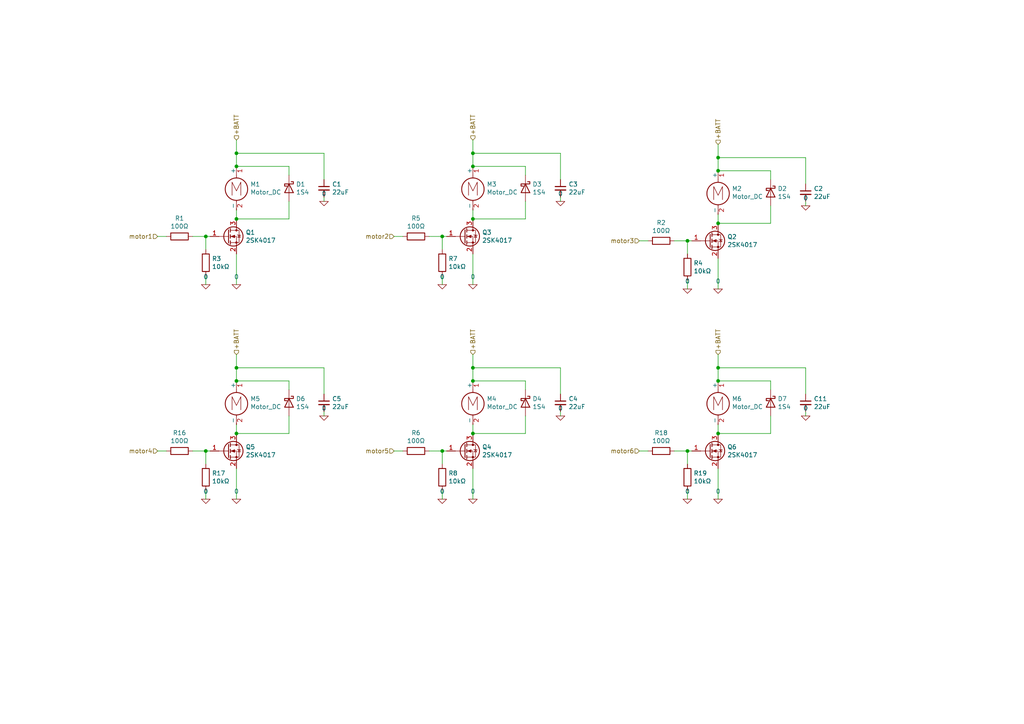
<source format=kicad_sch>
(kicad_sch (version 20231120) (generator "eeschema") (generator_version "8.0")
  (paper "A4")
  (lib_symbols
    (symbol "Device:C_Small" (pin_numbers hide) (pin_names (offset 0.254) hide)
      (property "Reference" "C" (at 0.254 1.778 0))
      (property "Value" "C_Small" (at 0.254 -2.032 0))
      (symbol "C_Small_0_1"
        (polyline (pts (xy -1.524 -0.508) (xy 1.524 -0.508)) (stroke (width 0.3302)))
        (polyline (pts (xy -1.524 0.508) (xy 1.524 0.508)) (stroke (width 0.3048)))
      )
      (symbol "C_Small_1_1"
        (pin passive line (at 0 2.54 270) (length 2.032) (name "~") (number "1"))
        (pin passive line (at 0 -2.54 90) (length 2.032) (name "~") (number "2"))
      )
    )
    (symbol "Device:D_Schottky" (pin_numbers hide) (pin_names (offset 1.016) hide)
      (property "Reference" "D" (at 0 2.54 0))
      (property "Value" "D_Schottky" (at 0 -2.54 0))
      (symbol "D_Schottky_0_1"
        (polyline (pts (xy 1.27 0) (xy -1.27 0)))
        (polyline (pts (xy 1.27 1.27) (xy 1.27 -1.27) (xy -1.27 0) (xy 1.27 1.27)) (stroke (width 0.254)))
        (polyline (pts (xy -1.905 0.635) (xy -1.905 1.27) (xy -1.27 1.27) (xy -1.27 -1.27) (xy -0.635 -1.27) (xy -0.635 -0.635)) (stroke (width 0.254)))
      )
      (symbol "D_Schottky_1_1"
        (pin passive line (at -3.81 0 0) (length 2.54) (name "K") (number "1"))
        (pin passive line (at 3.81 0 180) (length 2.54) (name "A") (number "2"))
      )
    )
    (symbol "Device:R" (pin_numbers hide) (pin_names (offset 0))
      (property "Reference" "R" (at 2.032 0 90))
      (property "Value" "R" (at 0 0 90))
      (symbol "R_0_1"
        (rectangle (start -1.016 -2.54) (end 1.016 2.54) (stroke (width 0.254)))
      )
      (symbol "R_1_1"
        (pin passive line (at 0 3.81 270) (length 1.27) (name "~") (number "1"))
        (pin passive line (at 0 -3.81 90) (length 1.27) (name "~") (number "2"))
      )
    )
    (symbol "Motor:Motor_DC" (pin_names (offset 0))
      (property "Reference" "M" (at 2.54 2.54 0))
      (property "Value" "Motor_DC" (at 2.54 -5.08 0))
      (symbol "Motor_DC_0_0"
        (polyline (pts (xy -1.27 -3.302) (xy -1.27 0.508) (xy 0 -2.032) (xy 1.27 0.508) (xy 1.27 -3.302)))
      )
      (symbol "Motor_DC_0_1"
        (circle (center 0 -1.524) (radius 3.2512) (stroke (width 0.254)))
        (polyline (pts (xy 0 -7.62) (xy 0 -7.112)))
        (polyline (pts (xy 0 -4.7752) (xy 0 -5.1816)))
        (polyline (pts (xy 0 1.7272) (xy 0 2.0828)))
        (polyline (pts (xy 0 2.032) (xy 0 2.54)))
      )
      (symbol "Motor_DC_1_1"
        (pin passive line (at 0 5.08 270) (length 2.54) (name "+") (number "1"))
        (pin passive line (at 0 -7.62 90) (length 2.54) (name "-") (number "2"))
      )
    )
    (symbol "Transistor_FET:IRLML0030" (pin_names hide)
      (property "Reference" "Q" (at 5.08 1.905 0))
      (property "Value" "IRLML0030" (at 5.08 0 0))
      (symbol "IRLML0030_0_1"
        (polyline (pts (xy 0.254 0) (xy -2.54 0)))
        (polyline (pts (xy 0.254 1.905) (xy 0.254 -1.905)) (stroke (width 0.254)))
        (polyline (pts (xy 0.762 -1.27) (xy 0.762 -2.286)) (stroke (width 0.254)))
        (polyline (pts (xy 0.762 0.508) (xy 0.762 -0.508)) (stroke (width 0.254)))
        (polyline (pts (xy 0.762 2.286) (xy 0.762 1.27)) (stroke (width 0.254)))
        (polyline (pts (xy 2.54 2.54) (xy 2.54 1.778)))
        (polyline (pts (xy 2.54 -2.54) (xy 2.54 0) (xy 0.762 0)))
        (polyline (pts (xy 0.762 -1.778) (xy 3.302 -1.778) (xy 3.302 1.778) (xy 0.762 1.778)))
        (polyline (pts (xy 1.016 0) (xy 2.032 0.381) (xy 2.032 -0.381) (xy 1.016 0)) (fill (type outline)))
        (polyline (pts (xy 2.794 0.508) (xy 2.921 0.381) (xy 3.683 0.381) (xy 3.81 0.254)))
        (polyline (pts (xy 3.302 0.381) (xy 2.921 -0.254) (xy 3.683 -0.254) (xy 3.302 0.381)))
        (circle (center 1.651 0) (radius 2.794) (stroke (width 0.254)))
        (circle (center 2.54 -1.778) (radius 0.254) (fill (type outline)))
        (circle (center 2.54 1.778) (radius 0.254) (fill (type outline)))
      )
      (symbol "IRLML0030_1_1"
        (pin input line (at -5.08 0 0) (length 2.54) (name "G") (number "1"))
        (pin passive line (at 2.54 -5.08 90) (length 2.54) (name "S") (number "2"))
        (pin passive line (at 2.54 5.08 270) (length 2.54) (name "D") (number "3"))
      )
    )
    (symbol "flightcontroller-rescue:0-pspice" (power) (pin_names (offset 0))
      (property "Value" "pspice_0" (at 0 -1.778 0))
      (symbol "0-pspice_0_1"
        (polyline (pts (xy -1.27 0) (xy 0 -1.27) (xy 1.27 0) (xy -1.27 0)))
      )
      (symbol "0-pspice_1_1"
        (pin power_in line (at 0 0 0) (length 0) hide (name "0") (number "1"))
      )
    )
  )
  (junction (at 68.58 106.68))
  (junction (at 137.16 125.73))
  (junction (at 68.58 125.73))
  (junction (at 68.58 63.5))
  (junction (at 68.58 48.26))
  (junction (at 128.27 68.58))
  (junction (at 208.28 45.72))
  (junction (at 199.39 69.85))
  (junction (at 68.58 44.45))
  (junction (at 137.16 106.68))
  (junction (at 208.28 64.77))
  (junction (at 208.28 106.68))
  (junction (at 137.16 44.45))
  (junction (at 208.28 49.53))
  (junction (at 208.28 125.73))
  (junction (at 59.69 130.81))
  (junction (at 128.27 130.81))
  (junction (at 137.16 110.49))
  (junction (at 208.28 110.49))
  (junction (at 68.58 110.49))
  (junction (at 199.39 130.81))
  (junction (at 59.69 68.58))
  (junction (at 137.16 48.26))
  (junction (at 137.16 63.5))
  (wire (pts (xy 59.69 80.01) (xy 59.69 82.55)))
  (wire (pts (xy 199.39 69.85) (xy 200.66 69.85)))
  (wire (pts (xy 152.4 110.49) (xy 152.4 113.03)))
  (wire (pts (xy 137.16 40.64) (xy 137.16 44.45)))
  (wire (pts (xy 208.28 110.49) (xy 223.52 110.49)))
  (wire (pts (xy 208.28 62.23) (xy 208.28 64.77)))
  (wire (pts (xy 233.68 106.68) (xy 233.68 114.3)))
  (wire (pts (xy 93.98 44.45) (xy 93.98 52.07)))
  (wire (pts (xy 68.58 110.49) (xy 83.82 110.49)))
  (wire (pts (xy 83.82 120.65) (xy 83.82 125.73)))
  (wire (pts (xy 128.27 130.81) (xy 129.54 130.81)))
  (wire (pts (xy 128.27 80.01) (xy 128.27 82.55)))
  (wire (pts (xy 162.56 119.38) (xy 162.56 120.65)))
  (wire (pts (xy 199.39 130.81) (xy 200.66 130.81)))
  (wire (pts (xy 137.16 102.87) (xy 137.16 106.68)))
  (wire (pts (xy 208.28 49.53) (xy 223.52 49.53)))
  (wire (pts (xy 59.69 134.62) (xy 59.69 130.81)))
  (wire (pts (xy 83.82 110.49) (xy 83.82 113.03)))
  (wire (pts (xy 223.52 110.49) (xy 223.52 113.03)))
  (wire (pts (xy 208.28 125.73) (xy 208.28 123.19)))
  (wire (pts (xy 137.16 44.45) (xy 162.56 44.45)))
  (wire (pts (xy 137.16 135.89) (xy 137.16 144.78)))
  (wire (pts (xy 137.16 63.5) (xy 152.4 63.5)))
  (wire (pts (xy 137.16 48.26) (xy 152.4 48.26)))
  (wire (pts (xy 223.52 49.53) (xy 223.52 52.07)))
  (wire (pts (xy 93.98 119.38) (xy 93.98 120.65)))
  (wire (pts (xy 45.72 130.81) (xy 48.26 130.81)))
  (wire (pts (xy 208.28 45.72) (xy 208.28 49.53)))
  (wire (pts (xy 208.28 45.72) (xy 233.68 45.72)))
  (wire (pts (xy 233.68 119.38) (xy 233.68 120.65)))
  (wire (pts (xy 152.4 58.42) (xy 152.4 63.5)))
  (wire (pts (xy 128.27 142.24) (xy 128.27 144.78)))
  (wire (pts (xy 195.58 130.81) (xy 199.39 130.81)))
  (wire (pts (xy 68.58 48.26) (xy 83.82 48.26)))
  (wire (pts (xy 68.58 44.45) (xy 68.58 48.26)))
  (wire (pts (xy 124.46 130.81) (xy 128.27 130.81)))
  (wire (pts (xy 68.58 125.73) (xy 83.82 125.73)))
  (wire (pts (xy 68.58 106.68) (xy 93.98 106.68)))
  (wire (pts (xy 55.88 68.58) (xy 59.69 68.58)))
  (wire (pts (xy 152.4 120.65) (xy 152.4 125.73)))
  (wire (pts (xy 208.28 106.68) (xy 208.28 110.49)))
  (wire (pts (xy 137.16 106.68) (xy 137.16 110.49)))
  (wire (pts (xy 223.52 59.69) (xy 223.52 64.77)))
  (wire (pts (xy 162.56 44.45) (xy 162.56 52.07)))
  (wire (pts (xy 83.82 48.26) (xy 83.82 50.8)))
  (wire (pts (xy 195.58 69.85) (xy 199.39 69.85)))
  (wire (pts (xy 208.28 106.68) (xy 233.68 106.68)))
  (wire (pts (xy 93.98 106.68) (xy 93.98 114.3)))
  (wire (pts (xy 137.16 125.73) (xy 137.16 123.19)))
  (wire (pts (xy 68.58 73.66) (xy 68.58 82.55)))
  (wire (pts (xy 185.42 130.81) (xy 187.96 130.81)))
  (wire (pts (xy 68.58 102.87) (xy 68.58 106.68)))
  (wire (pts (xy 59.69 68.58) (xy 60.96 68.58)))
  (wire (pts (xy 208.28 135.89) (xy 208.28 144.78)))
  (wire (pts (xy 137.16 106.68) (xy 162.56 106.68)))
  (wire (pts (xy 137.16 44.45) (xy 137.16 48.26)))
  (wire (pts (xy 59.69 72.39) (xy 59.69 68.58)))
  (wire (pts (xy 45.72 68.58) (xy 48.26 68.58)))
  (wire (pts (xy 59.69 142.24) (xy 59.69 144.78)))
  (wire (pts (xy 55.88 130.81) (xy 59.69 130.81)))
  (wire (pts (xy 114.3 130.81) (xy 116.84 130.81)))
  (wire (pts (xy 128.27 134.62) (xy 128.27 130.81)))
  (wire (pts (xy 68.58 125.73) (xy 68.58 123.19)))
  (wire (pts (xy 114.3 68.58) (xy 116.84 68.58)))
  (wire (pts (xy 208.28 41.91) (xy 208.28 45.72)))
  (wire (pts (xy 199.39 73.66) (xy 199.39 69.85)))
  (wire (pts (xy 128.27 68.58) (xy 129.54 68.58)))
  (wire (pts (xy 233.68 45.72) (xy 233.68 53.34)))
  (wire (pts (xy 162.56 57.15) (xy 162.56 58.42)))
  (wire (pts (xy 137.16 73.66) (xy 137.16 82.55)))
  (wire (pts (xy 68.58 135.89) (xy 68.58 144.78)))
  (wire (pts (xy 223.52 120.65) (xy 223.52 125.73)))
  (wire (pts (xy 83.82 58.42) (xy 83.82 63.5)))
  (wire (pts (xy 199.39 134.62) (xy 199.39 130.81)))
  (wire (pts (xy 199.39 81.28) (xy 199.39 83.82)))
  (wire (pts (xy 137.16 110.49) (xy 152.4 110.49)))
  (wire (pts (xy 68.58 63.5) (xy 83.82 63.5)))
  (wire (pts (xy 208.28 64.77) (xy 223.52 64.77)))
  (wire (pts (xy 59.69 130.81) (xy 60.96 130.81)))
  (wire (pts (xy 137.16 63.5) (xy 137.16 60.96)))
  (wire (pts (xy 124.46 68.58) (xy 128.27 68.58)))
  (wire (pts (xy 233.68 58.42) (xy 233.68 59.69)))
  (wire (pts (xy 93.98 57.15) (xy 93.98 58.42)))
  (wire (pts (xy 137.16 125.73) (xy 152.4 125.73)))
  (wire (pts (xy 68.58 44.45) (xy 93.98 44.45)))
  (wire (pts (xy 68.58 106.68) (xy 68.58 110.49)))
  (wire (pts (xy 185.42 69.85) (xy 187.96 69.85)))
  (wire (pts (xy 208.28 125.73) (xy 223.52 125.73)))
  (wire (pts (xy 152.4 48.26) (xy 152.4 50.8)))
  (wire (pts (xy 68.58 40.64) (xy 68.58 44.45)))
  (wire (pts (xy 162.56 106.68) (xy 162.56 114.3)))
  (wire (pts (xy 208.28 102.87) (xy 208.28 106.68)))
  (wire (pts (xy 208.28 74.93) (xy 208.28 83.82)))
  (wire (pts (xy 128.27 72.39) (xy 128.27 68.58)))
  (wire (pts (xy 68.58 60.96) (xy 68.58 63.5)))
  (wire (pts (xy 199.39 142.24) (xy 199.39 144.78)))
  (hierarchical_label "+BATT" (shape input) (at 208.28 41.91 90))
  (hierarchical_label "motor4" (shape input) (at 45.72 130.81 180))
  (hierarchical_label "motor6" (shape input) (at 185.42 130.81 180))
  (hierarchical_label "+BATT" (shape input) (at 137.16 102.87 90))
  (hierarchical_label "+BATT" (shape input) (at 68.58 102.87 90))
  (hierarchical_label "+BATT" (shape input) (at 208.28 102.87 90))
  (hierarchical_label "+BATT" (shape input) (at 68.58 40.64 90))
  (hierarchical_label "motor3" (shape input) (at 185.42 69.85 180))
  (hierarchical_label "motor2" (shape input) (at 114.3 68.58 180))
  (hierarchical_label "motor1" (shape input) (at 45.72 68.58 180))
  (hierarchical_label "+BATT" (shape input) (at 137.16 40.64 90))
  (hierarchical_label "motor5" (shape input) (at 114.3 130.81 180))
  (symbol (lib_id "Transistor_FET:IRLML0030") (at 134.62 68.58 0) (unit 1)
    (property "Reference" "Q3" (at 139.827 67.4116 0) (effects (justify left)))
    (property "Value" "2SK4017" (at 139.827 69.723 0) (effects (justify left)))
    (property "Footprint" "Package_TO_SOT_SMD:SOT-23" (effects (hide yes)))
    (property "Datasheet" "https://www.infineon.com/dgdl/irlml0030pbf.pdf?fileId=5546d462533600a401535664773825df" (effects (hide yes)))
  )
  (symbol (lib_id "Device:C_Small") (at 233.68 55.88 0) (unit 1)
    (property "Reference" "C2" (at 236.0168 54.7116 0) (effects (justify left)))
    (property "Value" "22uF" (at 236.0168 57.023 0) (effects (justify left)))
    (property "Footprint" "Capacitor_SMD:C_1206_3216Metric" (effects (hide yes)))
    (property "Datasheet" "https://www.mouser.jp/datasheet/2/40/cx5r_KGM-3223198.pdf" (effects (hide yes)))
  )
  (symbol (lib_id "flightcontroller-rescue:0-pspice") (at 59.69 144.78 0) (unit 1)
    (property "Reference" "#GND018" (effects (hide yes)))
    (property "Value" "0" (at 59.69 142.5194 0))
  )
  (symbol (lib_id "flightcontroller-rescue:0-pspice") (at 128.27 82.55 0) (unit 1)
    (property "Reference" "#GND012" (effects (hide yes)))
    (property "Value" "0" (at 128.27 80.2894 0))
  )
  (symbol (lib_id "flightcontroller-rescue:0-pspice") (at 162.56 120.65 0) (unit 1)
    (property "Reference" "#GND017" (effects (hide yes)))
    (property "Value" "0" (at 162.56 118.3894 0))
  )
  (symbol (lib_id "Motor:Motor_DC") (at 137.16 115.57 0) (unit 1)
    (property "Reference" "M4" (at 141.1732 115.6716 0) (effects (justify left)))
    (property "Value" "Motor_DC" (at 141.1732 117.983 0) (effects (justify left)))
    (property "Footprint" "Connector_PinHeader_2.54mm:PinHeader_1x02_P2.54mm_Vertical" (effects (hide yes)))
  )
  (symbol (lib_id "flightcontroller-rescue:0-pspice") (at 128.27 144.78 0) (unit 1)
    (property "Reference" "#GND013" (effects (hide yes)))
    (property "Value" "0" (at 128.27 142.5194 0))
  )
  (symbol (lib_id "Device:R") (at 128.27 138.43 180) (unit 1)
    (property "Reference" "R8" (at 130.048 137.2616 0) (effects (justify right)))
    (property "Value" "10kΩ" (at 130.048 139.573 0) (effects (justify right)))
    (property "Footprint" "Resistor_SMD:R_0201_0603Metric" (effects (hide yes)))
  )
  (symbol (lib_id "Device:R") (at 59.69 76.2 180) (unit 1)
    (property "Reference" "R3" (at 61.468 75.0316 0) (effects (justify right)))
    (property "Value" "10kΩ" (at 61.468 77.343 0) (effects (justify right)))
    (property "Footprint" "Resistor_SMD:R_0201_0603Metric" (effects (hide yes)))
  )
  (symbol (lib_id "Device:R") (at 191.77 130.81 270) (unit 1)
    (property "Reference" "R18" (at 191.77 125.5522 90))
    (property "Value" "100Ω" (at 191.77 127.8636 90))
    (property "Footprint" "Resistor_SMD:R_1210_3225Metric" (effects (hide yes)))
  )
  (symbol (lib_id "Motor:Motor_DC") (at 68.58 115.57 0) (unit 1)
    (property "Reference" "M5" (at 72.5932 115.6716 0) (effects (justify left)))
    (property "Value" "Motor_DC" (at 72.5932 117.983 0) (effects (justify left)))
    (property "Footprint" "Connector_PinHeader_2.54mm:PinHeader_1x02_P2.54mm_Vertical" (effects (hide yes)))
  )
  (symbol (lib_id "Device:R") (at 52.07 68.58 270) (unit 1)
    (property "Reference" "R1" (at 52.07 63.3222 90))
    (property "Value" "100Ω" (at 52.07 65.6336 90))
    (property "Footprint" "Resistor_SMD:R_1210_3225Metric" (effects (hide yes)))
  )
  (symbol (lib_id "Device:C_Small") (at 93.98 54.61 0) (unit 1)
    (property "Reference" "C1" (at 96.3168 53.4416 0) (effects (justify left)))
    (property "Value" "22uF" (at 96.3168 55.753 0) (effects (justify left)))
    (property "Footprint" "Capacitor_SMD:C_1206_3216Metric" (effects (hide yes)))
    (property "Datasheet" "https://www.mouser.jp/datasheet/2/40/cx5r_KGM-3223198.pdf" (effects (hide yes)))
  )
  (symbol (lib_id "Device:D_Schottky") (at 83.82 116.84 270) (unit 1)
    (property "Reference" "D6" (at 85.852 115.6716 90) (effects (justify left)))
    (property "Value" "1S4" (at 85.852 117.983 90) (effects (justify left)))
    (property "Footprint" "Diode_SMD:D_SMC" (effects (hide yes)))
  )
  (symbol (lib_id "Device:D_Schottky") (at 83.82 54.61 270) (unit 1)
    (property "Reference" "D1" (at 85.852 53.4416 90) (effects (justify left)))
    (property "Value" "1S4" (at 85.852 55.753 90) (effects (justify left)))
    (property "Footprint" "Diode_SMD:D_SMC" (effects (hide yes)))
  )
  (symbol (lib_id "Device:D_Schottky") (at 223.52 116.84 270) (unit 1)
    (property "Reference" "D7" (at 225.552 115.6716 90) (effects (justify left)))
    (property "Value" "1S4" (at 225.552 117.983 90) (effects (justify left)))
    (property "Footprint" "Diode_SMD:D_SMC" (effects (hide yes)))
  )
  (symbol (lib_id "flightcontroller-rescue:0-pspice") (at 93.98 58.42 0) (unit 1)
    (property "Reference" "#GND010" (effects (hide yes)))
    (property "Value" "0" (at 93.98 56.1594 0))
  )
  (symbol (lib_id "Device:C_Small") (at 233.68 116.84 0) (unit 1)
    (property "Reference" "C11" (at 236.0168 115.6716 0) (effects (justify left)))
    (property "Value" "22uF" (at 236.0168 117.983 0) (effects (justify left)))
    (property "Footprint" "Capacitor_SMD:C_1206_3216Metric" (effects (hide yes)))
    (property "Datasheet" "https://www.mouser.jp/datasheet/2/40/cx5r_KGM-3223198.pdf" (effects (hide yes)))
  )
  (symbol (lib_id "Device:C_Small") (at 162.56 116.84 0) (unit 1)
    (property "Reference" "C4" (at 164.8968 115.6716 0) (effects (justify left)))
    (property "Value" "22uF" (at 164.8968 117.983 0) (effects (justify left)))
    (property "Footprint" "Capacitor_SMD:C_1206_3216Metric" (effects (hide yes)))
    (property "Datasheet" "https://www.mouser.jp/datasheet/2/40/cx5r_KGM-3223198.pdf" (effects (hide yes)))
  )
  (symbol (lib_id "Transistor_FET:IRLML0030") (at 134.62 130.81 0) (unit 1)
    (property "Reference" "Q4" (at 139.827 129.6416 0) (effects (justify left)))
    (property "Value" "2SK4017" (at 139.827 131.953 0) (effects (justify left)))
    (property "Footprint" "Package_TO_SOT_SMD:SOT-23" (effects (hide yes)))
    (property "Datasheet" "https://www.infineon.com/dgdl/irlml0030pbf.pdf?fileId=5546d462533600a401535664773825df" (effects (hide yes)))
  )
  (symbol (lib_id "Device:R") (at 120.65 130.81 270) (unit 1)
    (property "Reference" "R6" (at 120.65 125.5522 90))
    (property "Value" "100Ω" (at 120.65 127.8636 90))
    (property "Footprint" "Resistor_SMD:R_1210_3225Metric" (effects (hide yes)))
  )
  (symbol (lib_id "Device:R") (at 120.65 68.58 270) (unit 1)
    (property "Reference" "R5" (at 120.65 63.3222 90))
    (property "Value" "100Ω" (at 120.65 65.6336 90))
    (property "Footprint" "Resistor_SMD:R_1210_3225Metric" (effects (hide yes)))
  )
  (symbol (lib_id "flightcontroller-rescue:0-pspice") (at 208.28 83.82 0) (unit 1)
    (property "Reference" "#GND09" (effects (hide yes)))
    (property "Value" "0" (at 208.28 81.5594 0))
  )
  (symbol (lib_id "Device:D_Schottky") (at 152.4 54.61 270) (unit 1)
    (property "Reference" "D3" (at 154.432 53.4416 90) (effects (justify left)))
    (property "Value" "1S4" (at 154.432 55.753 90) (effects (justify left)))
    (property "Footprint" "Diode_SMD:D_SMC" (effects (hide yes)))
  )
  (symbol (lib_id "flightcontroller-rescue:0-pspice") (at 137.16 144.78 0) (unit 1)
    (property "Reference" "#GND015" (effects (hide yes)))
    (property "Value" "0" (at 137.16 142.5194 0))
  )
  (symbol (lib_id "flightcontroller-rescue:0-pspice") (at 137.16 82.55 0) (unit 1)
    (property "Reference" "#GND014" (effects (hide yes)))
    (property "Value" "0" (at 137.16 80.2894 0))
  )
  (symbol (lib_id "flightcontroller-rescue:0-pspice") (at 68.58 82.55 0) (unit 1)
    (property "Reference" "#GND08" (effects (hide yes)))
    (property "Value" "0" (at 68.58 80.2894 0))
  )
  (symbol (lib_id "flightcontroller-rescue:0-pspice") (at 233.68 120.65 0) (unit 1)
    (property "Reference" "#GND023" (effects (hide yes)))
    (property "Value" "0" (at 233.68 118.3894 0))
  )
  (symbol (lib_id "Device:R") (at 128.27 76.2 180) (unit 1)
    (property "Reference" "R7" (at 130.048 75.0316 0) (effects (justify right)))
    (property "Value" "10kΩ" (at 130.048 77.343 0) (effects (justify right)))
    (property "Footprint" "Resistor_SMD:R_0201_0603Metric" (effects (hide yes)))
  )
  (symbol (lib_id "flightcontroller-rescue:0-pspice") (at 93.98 120.65 0) (unit 1)
    (property "Reference" "#GND020" (effects (hide yes)))
    (property "Value" "0" (at 93.98 118.3894 0))
  )
  (symbol (lib_id "Device:R") (at 199.39 138.43 180) (unit 1)
    (property "Reference" "R19" (at 201.168 137.2616 0) (effects (justify right)))
    (property "Value" "10kΩ" (at 201.168 139.573 0) (effects (justify right)))
    (property "Footprint" "Resistor_SMD:R_0201_0603Metric" (effects (hide yes)))
  )
  (symbol (lib_id "Transistor_FET:IRLML0030") (at 205.74 130.81 0) (unit 1)
    (property "Reference" "Q6" (at 210.947 129.6416 0) (effects (justify left)))
    (property "Value" "2SK4017" (at 210.947 131.953 0) (effects (justify left)))
    (property "Footprint" "Package_TO_SOT_SMD:SOT-23" (effects (hide yes)))
    (property "Datasheet" "https://www.infineon.com/dgdl/irlml0030pbf.pdf?fileId=5546d462533600a401535664773825df" (effects (hide yes)))
  )
  (symbol (lib_id "flightcontroller-rescue:0-pspice") (at 208.28 144.78 0) (unit 1)
    (property "Reference" "#GND022" (effects (hide yes)))
    (property "Value" "0" (at 208.28 142.5194 0))
  )
  (symbol (lib_id "Device:R") (at 59.69 138.43 180) (unit 1)
    (property "Reference" "R17" (at 61.468 137.2616 0) (effects (justify right)))
    (property "Value" "10kΩ" (at 61.468 139.573 0) (effects (justify right)))
    (property "Footprint" "Resistor_SMD:R_0201_0603Metric" (effects (hide yes)))
  )
  (symbol (lib_id "Device:R") (at 52.07 130.81 270) (unit 1)
    (property "Reference" "R16" (at 52.07 125.5522 90))
    (property "Value" "100Ω" (at 52.07 127.8636 90))
    (property "Footprint" "Resistor_SMD:R_1210_3225Metric" (effects (hide yes)))
  )
  (symbol (lib_id "Device:R") (at 199.39 77.47 180) (unit 1)
    (property "Reference" "R4" (at 201.168 76.3016 0) (effects (justify right)))
    (property "Value" "10kΩ" (at 201.168 78.613 0) (effects (justify right)))
    (property "Footprint" "Resistor_SMD:R_0201_0603Metric" (effects (hide yes)))
  )
  (symbol (lib_id "Motor:Motor_DC") (at 68.58 53.34 0) (unit 1)
    (property "Reference" "M1" (at 72.5932 53.4416 0) (effects (justify left)))
    (property "Value" "Motor_DC" (at 72.5932 55.753 0) (effects (justify left)))
    (property "Footprint" "Connector_PinHeader_2.54mm:PinHeader_1x02_P2.54mm_Vertical" (effects (hide yes)))
  )
  (symbol (lib_id "flightcontroller-rescue:0-pspice") (at 162.56 58.42 0) (unit 1)
    (property "Reference" "#GND016" (effects (hide yes)))
    (property "Value" "0" (at 162.56 56.1594 0))
  )
  (symbol (lib_id "flightcontroller-rescue:0-pspice") (at 233.68 59.69 0) (unit 1)
    (property "Reference" "#GND011" (effects (hide yes)))
    (property "Value" "0" (at 233.68 57.4294 0))
  )
  (symbol (lib_id "Device:R") (at 191.77 69.85 270) (unit 1)
    (property "Reference" "R2" (at 191.77 64.5922 90))
    (property "Value" "100Ω" (at 191.77 66.9036 90))
    (property "Footprint" "Resistor_SMD:R_1210_3225Metric" (effects (hide yes)))
  )
  (symbol (lib_id "flightcontroller-rescue:0-pspice") (at 68.58 144.78 0) (unit 1)
    (property "Reference" "#GND019" (effects (hide yes)))
    (property "Value" "0" (at 68.58 142.5194 0))
  )
  (symbol (lib_id "Transistor_FET:IRLML0030") (at 66.04 68.58 0) (unit 1)
    (property "Reference" "Q1" (at 71.247 67.4116 0) (effects (justify left)))
    (property "Value" "2SK4017" (at 71.247 69.723 0) (effects (justify left)))
    (property "Footprint" "Package_TO_SOT_SMD:SOT-23" (effects (hide yes)))
    (property "Datasheet" "https://www.infineon.com/dgdl/irlml0030pbf.pdf?fileId=5546d462533600a401535664773825df" (effects (hide yes)))
  )
  (symbol (lib_id "Motor:Motor_DC") (at 137.16 53.34 0) (unit 1)
    (property "Reference" "M3" (at 141.1732 53.4416 0) (effects (justify left)))
    (property "Value" "Motor_DC" (at 141.1732 55.753 0) (effects (justify left)))
    (property "Footprint" "Connector_PinHeader_2.54mm:PinHeader_1x02_P2.54mm_Vertical" (effects (hide yes)))
  )
  (symbol (lib_id "flightcontroller-rescue:0-pspice") (at 59.69 82.55 0) (unit 1)
    (property "Reference" "#GND01" (effects (hide yes)))
    (property "Value" "0" (at 59.69 80.2894 0))
  )
  (symbol (lib_id "Transistor_FET:IRLML0030") (at 66.04 130.81 0) (unit 1)
    (property "Reference" "Q5" (at 71.247 129.6416 0) (effects (justify left)))
    (property "Value" "2SK4017" (at 71.247 131.953 0) (effects (justify left)))
    (property "Footprint" "Package_TO_SOT_SMD:SOT-23" (effects (hide yes)))
    (property "Datasheet" "https://www.infineon.com/dgdl/irlml0030pbf.pdf?fileId=5546d462533600a401535664773825df" (effects (hide yes)))
  )
  (symbol (lib_id "flightcontroller-rescue:0-pspice") (at 199.39 83.82 0) (unit 1)
    (property "Reference" "#GND07" (effects (hide yes)))
    (property "Value" "0" (at 199.39 81.5594 0))
  )
  (symbol (lib_id "Device:C_Small") (at 162.56 54.61 0) (unit 1)
    (property "Reference" "C3" (at 164.8968 53.4416 0) (effects (justify left)))
    (property "Value" "22uF" (at 164.8968 55.753 0) (effects (justify left)))
    (property "Footprint" "Capacitor_SMD:C_1206_3216Metric" (effects (hide yes)))
    (property "Datasheet" "https://www.mouser.jp/datasheet/2/40/cx5r_KGM-3223198.pdf" (effects (hide yes)))
  )
  (symbol (lib_id "Transistor_FET:IRLML0030") (at 205.74 69.85 0) (unit 1)
    (property "Reference" "Q2" (at 210.947 68.6816 0) (effects (justify left)))
    (property "Value" "2SK4017" (at 210.947 70.993 0) (effects (justify left)))
    (property "Footprint" "Package_TO_SOT_SMD:SOT-23" (effects (hide yes)))
    (property "Datasheet" "https://www.infineon.com/dgdl/irlml0030pbf.pdf?fileId=5546d462533600a401535664773825df" (effects (hide yes)))
  )
  (symbol (lib_id "Device:D_Schottky") (at 152.4 116.84 270) (unit 1)
    (property "Reference" "D4" (at 154.432 115.6716 90) (effects (justify left)))
    (property "Value" "1S4" (at 154.432 117.983 90) (effects (justify left)))
    (property "Footprint" "Diode_SMD:D_SMC" (effects (hide yes)))
  )
  (symbol (lib_id "Motor:Motor_DC") (at 208.28 54.61 0) (unit 1)
    (property "Reference" "M2" (at 212.2932 54.7116 0) (effects (justify left)))
    (property "Value" "Motor_DC" (at 212.2932 57.023 0) (effects (justify left)))
    (property "Footprint" "Connector_PinHeader_2.54mm:PinHeader_1x02_P2.54mm_Vertical" (effects (hide yes)))
  )
  (symbol (lib_id "Motor:Motor_DC") (at 208.28 115.57 0) (unit 1)
    (property "Reference" "M6" (at 212.2932 115.6716 0) (effects (justify left)))
    (property "Value" "Motor_DC" (at 212.2932 117.983 0) (effects (justify left)))
    (property "Footprint" "Connector_PinHeader_2.54mm:PinHeader_1x02_P2.54mm_Vertical" (effects (hide yes)))
  )
  (symbol (lib_id "Device:C_Small") (at 93.98 116.84 0) (unit 1)
    (property "Reference" "C5" (at 96.3168 115.6716 0) (effects (justify left)))
    (property "Value" "22uF" (at 96.3168 117.983 0) (effects (justify left)))
    (property "Footprint" "Capacitor_SMD:C_1206_3216Metric" (effects (hide yes)))
    (property "Datasheet" "https://www.mouser.jp/datasheet/2/40/cx5r_KGM-3223198.pdf" (effects (hide yes)))
  )
  (symbol (lib_id "flightcontroller-rescue:0-pspice") (at 199.39 144.78 0) (unit 1)
    (property "Reference" "#GND021" (effects (hide yes)))
    (property "Value" "0" (at 199.39 142.5194 0))
  )
  (symbol (lib_id "Device:D_Schottky") (at 223.52 55.88 270) (unit 1)
    (property "Reference" "D2" (at 225.552 54.7116 90) (effects (justify left)))
    (property "Value" "1S4" (at 225.552 57.023 90) (effects (justify left)))
    (property "Footprint" "Diode_SMD:D_SMC" (effects (hide yes)))
  )
)
</source>
